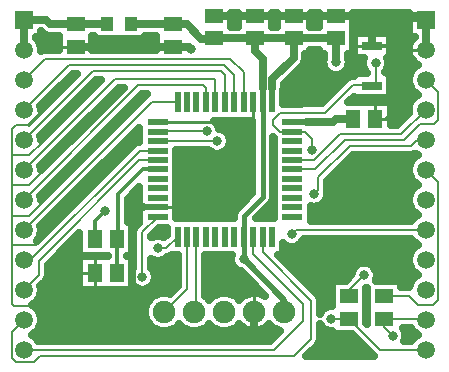
<source format=gbr>
G04 DipTrace 3.1.0.1*
G04 Top.gbr*
%MOIN*%
G04 #@! TF.FileFunction,Copper,L1,Top*
G04 #@! TF.Part,Single*
G04 #@! TA.AperFunction,CopperBalancing*
%ADD10C,0.01*%
%ADD14C,0.025*%
G04 #@! TA.AperFunction,Conductor*
%ADD15C,0.019685*%
%ADD16C,0.015*%
%ADD17C,0.02*%
%ADD18C,0.012*%
%ADD19C,0.007*%
%ADD20R,0.059055X0.051181*%
%ADD21R,0.051181X0.059055*%
G04 #@! TA.AperFunction,ComponentPad*
%ADD22R,0.059055X0.059055*%
%ADD23C,0.059055*%
%ADD24R,0.03937X0.047244*%
G04 #@! TA.AperFunction,ComponentPad*
%ADD25C,0.074803*%
%ADD27R,0.066929X0.031496*%
%ADD29R,0.070866X0.019685*%
%ADD30R,0.019685X0.070866*%
G04 #@! TA.AperFunction,ViaPad*
%ADD31C,0.031496*%
%FSLAX26Y26*%
G04*
G70*
G90*
G75*
G01*
G04 Top*
%LPD*%
X810236Y1539764D2*
D14*
X949213D1*
X949607Y1539370D1*
X996063D1*
X1044095Y1491339D1*
X1083071D1*
Y1488189D1*
X1087008Y1492126D1*
X1223229D1*
X1352362D1*
X1493701D1*
X1248819Y1279921D2*
D15*
Y1327855D1*
D14*
Y1423622D1*
X1223622Y1448819D1*
Y1491732D1*
X1280315Y1279921D2*
D15*
Y1327855D1*
D14*
Y1355906D1*
X1352362Y1427953D1*
Y1492126D1*
X1185433Y756299D2*
D16*
X1185827D1*
Y831103D1*
X1321260Y580315D2*
D17*
Y620866D1*
X1185827Y756299D1*
X1248819Y1279921D2*
D16*
Y962205D1*
X1185827Y899213D1*
Y831103D1*
X1493307Y1412992D2*
D14*
Y1491732D1*
X690158Y822835D2*
D18*
Y883858D1*
X722047Y915748D1*
X764961Y710236D2*
Y822835D1*
X898425Y1055512D2*
X849607D1*
X766142Y972047D1*
Y824016D1*
X764961Y822835D1*
X898425Y1150000D2*
D19*
X1097638D1*
X1062992Y1182284D2*
X899213D1*
X898425Y1181496D1*
X1792126Y1554331D2*
D14*
Y1454331D1*
X1087008Y1566929D2*
X1223229D1*
X1352362D1*
X1493701D1*
X1618504D1*
X1779528D1*
X1792126Y1554331D1*
X1612205Y1468504D2*
Y1566929D1*
X1618504D1*
X1624410Y1224016D2*
D10*
X1657087D1*
X1678740Y1245670D1*
Y1454331D1*
X1664173Y1468898D1*
X1612599D1*
X1612205Y1468504D1*
X625591Y1464961D2*
D14*
X949213D1*
X949607Y1464567D1*
X1003937D1*
X1010236Y1458268D1*
X1221260Y580315D2*
Y503150D1*
X745670D1*
X656693Y592126D1*
X898425Y929528D2*
D15*
X850492D1*
D14*
X812599D1*
Y646851D1*
X757874Y592126D1*
X656693D1*
X898425Y1212992D2*
D10*
X1206299D1*
X1217323Y1224016D1*
Y1279921D1*
X516142Y1261811D2*
D18*
Y1250394D1*
X470079Y1204331D1*
D19*
X427559D1*
X412599Y1189370D1*
Y1103544D1*
Y1003150D1*
Y897549D1*
Y804331D1*
Y608268D1*
X420866Y600000D1*
X648819D1*
X656693Y592126D1*
X515748Y1150000D2*
Y1147638D1*
X471654Y1103544D1*
X412599D1*
X517323Y1050788D2*
Y1048819D1*
X471654Y1003150D1*
X412599D1*
X525591Y956693D2*
Y955512D1*
X471654Y901575D1*
X416625D1*
X412599Y897549D1*
X519685Y831890D2*
X492126Y804331D1*
X412599D1*
X1185827Y1279921D2*
Y1380709D1*
X1141732Y1424803D1*
X524016D1*
X453544Y1354331D1*
Y1254331D2*
X453937D1*
X603150Y1403544D1*
X1120866D1*
X1153937Y1370473D1*
Y1280315D1*
X1154331Y1279921D1*
X1122835D2*
Y1368898D1*
X1109055Y1382677D1*
X681890D1*
X453544Y1154331D1*
X1091339Y1279921D2*
Y1354331D1*
X1087402Y1358268D1*
X757481D1*
X453544Y1054331D1*
X1059843Y1279921D2*
Y1327166D1*
X1051181Y1335827D1*
X835040D1*
X453544Y954331D1*
X965355Y1279921D2*
X879134D1*
X453544Y854331D1*
Y754331D2*
X474803D1*
X838583Y1118110D1*
X898032D1*
X898425Y1118504D1*
Y1087008D2*
X838189D1*
X501969Y750788D1*
Y702756D1*
X453544Y654331D1*
X1347244Y1055512D2*
X1424016D1*
X1522047Y1153544D1*
X1719685D1*
X1774410Y1208268D1*
X1820473D1*
X1831890Y1219685D1*
Y1314567D1*
X1792126Y1354331D1*
X1347244Y1087008D2*
X1419685D1*
X1505512Y1172835D1*
X1710630D1*
X1792126Y1254331D1*
X1347244Y1212992D2*
D15*
X1395177D1*
D14*
X1481890D1*
X1493307Y1224410D1*
X1549213D1*
X1549607Y1224016D1*
X1347244Y1181496D2*
D19*
X1305906D1*
X1282284Y1205118D1*
Y1220079D1*
X1307481Y1245276D1*
X1457874D1*
X1549213Y1336614D1*
X1610236D1*
X1612205Y1334646D1*
X1625984Y1409055D2*
Y1348425D1*
X1612205Y1334646D1*
X1414173Y1119292D2*
Y1156693D1*
X1389370Y1181496D1*
X1347244D1*
X996851Y831103D2*
Y655906D1*
X921260Y580315D1*
X1792126Y1154331D2*
X1764567D1*
X1744095Y1133858D1*
X1538977D1*
X1434646Y1029528D1*
Y987795D1*
X1420866Y974016D1*
X1028347Y831103D2*
Y587402D1*
X1021260Y580315D1*
X1792126Y854331D2*
X1360630D1*
X1345670Y839370D1*
X1653150Y632677D2*
X1735433D1*
X1765355Y602756D1*
X1815748D1*
X1831890Y618898D1*
Y1014567D1*
X1792126Y1054331D1*
X1536614Y632677D2*
Y652362D1*
X1587008Y702756D1*
X1792126Y454331D2*
X1640158D1*
X1536614Y557874D1*
X1478347D1*
X847638Y696851D2*
Y847244D1*
X898425Y898032D1*
X1653150Y557874D2*
X1788583D1*
X1792126Y554331D1*
X1653150Y557874D2*
Y531103D1*
X1682677Y501575D1*
X899213Y792520D2*
X926772D1*
X965355Y831103D1*
X453544Y454331D2*
X1287008D1*
X1381890Y549213D1*
Y607874D1*
X1216929Y772835D1*
Y830709D1*
X1217323Y831103D1*
X1248819D2*
Y778740D1*
X1409449Y618110D1*
Y488977D1*
X1353937Y433465D1*
X505512D1*
X485433Y413386D1*
X425591D1*
X413386Y425591D1*
Y514173D1*
X453544Y554331D1*
Y1454331D2*
D14*
Y1554331D1*
X526772D1*
X541732Y1539370D1*
X625197D1*
X625591Y1539764D1*
X731496D1*
D31*
X1185433Y756299D3*
X1493307Y1412992D3*
X722047Y915748D3*
X1097638Y1150000D3*
X1062992Y1182284D3*
X1010236Y1458268D3*
X656693Y592126D3*
X1010236Y1458268D3*
X1625984Y1409055D3*
X1414173Y1119292D3*
X1420866Y974016D3*
X1345670Y839370D3*
X1587008Y702756D3*
X1478347Y557874D3*
X847638Y696851D3*
X1682677Y501575D3*
X899213Y792520D3*
X1145516Y1550805D2*
D14*
X1164687D1*
X1281747D2*
X1293836D1*
X1410898D2*
X1435194D1*
X1552206D2*
X1733583D1*
X1552206Y1525936D2*
X1733583D1*
X512070Y1501067D2*
X532020D1*
X1674667D2*
X1733583D1*
X507626Y1476198D2*
X567079D1*
X684091D2*
X891103D1*
X1674667D2*
X1738075D1*
X1410898Y1451330D2*
X1435194D1*
X1674667D2*
X1733680D1*
X1393807Y1426461D2*
X1450771D1*
X1535848D2*
X1549717D1*
X1674667D2*
X1741054D1*
X1383554Y1401592D2*
X1450135D1*
X1536483D2*
X1581923D1*
X1670076D2*
X1759559D1*
X1358748Y1376723D2*
X1469179D1*
X1517440D2*
X1549744D1*
X1674667D2*
X1738271D1*
X596347Y1351855D2*
X606191D1*
X695956D2*
X706191D1*
X1333895D2*
X1519570D1*
X1674667D2*
X1733680D1*
X571492Y1326986D2*
X581288D1*
X671103D2*
X681288D1*
X771103D2*
X781288D1*
X1321786D2*
X1494667D1*
X1674667D2*
X1740711D1*
X546639Y1302117D2*
X556435D1*
X646248D2*
X656435D1*
X746248D2*
X756435D1*
X846248D2*
X856483D1*
X1319150D2*
X1469814D1*
X1674667D2*
X1760390D1*
X521738Y1277248D2*
X531580D1*
X621347D2*
X631580D1*
X721347D2*
X731580D1*
X821347D2*
X831580D1*
X1319150D2*
X1444960D1*
X1679012D2*
X1738515D1*
X596492Y1252379D2*
X606679D1*
X696492D2*
X706679D1*
X796492D2*
X806679D1*
X1679012D2*
X1733631D1*
X571639Y1227511D2*
X581826D1*
X671639D2*
X681826D1*
X771639D2*
X781826D1*
X1679012D2*
X1720399D1*
X546738Y1202642D2*
X556971D1*
X646738D2*
X656971D1*
X746738D2*
X756971D1*
X1102499D2*
X1212343D1*
X521883Y1177773D2*
X532070D1*
X621883D2*
X632070D1*
X721883D2*
X732070D1*
X821883D2*
X834023D1*
X1131942D2*
X1212343D1*
X597030Y1152904D2*
X607215D1*
X697030D2*
X707215D1*
X797030D2*
X834023D1*
X1142294D2*
X1212343D1*
X572128Y1128036D2*
X582362D1*
X672128D2*
X682362D1*
X772128D2*
X803603D1*
X1136239D2*
X1212343D1*
X547274Y1103167D2*
X557512D1*
X647274D2*
X657512D1*
X747274D2*
X778748D1*
X962851D2*
X1212343D1*
X1553183D2*
X1762196D1*
X522420Y1078298D2*
X532570D1*
X622420D2*
X632570D1*
X722420D2*
X753895D1*
X962851D2*
X1212343D1*
X1528328D2*
X1739003D1*
X597519Y1053429D2*
X607704D1*
X697519D2*
X728992D1*
X962851D2*
X1212343D1*
X1503427D2*
X1733631D1*
X572664Y1028561D2*
X582856D1*
X672664D2*
X704139D1*
X962851D2*
X1212343D1*
X1478574D2*
X1739882D1*
X547811Y1003692D2*
X558007D1*
X647811D2*
X679286D1*
X962851D2*
X1212343D1*
X1467147D2*
X1763124D1*
X522910Y978823D2*
X533139D1*
X622910D2*
X654383D1*
X821347D2*
X834023D1*
X962851D2*
X1212343D1*
X1465731D2*
X1739247D1*
X598055Y953954D2*
X629530D1*
X801131D2*
X834023D1*
X962851D2*
X1190028D1*
X1460555D2*
X1733631D1*
X573202Y929086D2*
X604676D1*
X801131D2*
X834023D1*
X962851D2*
X1165126D1*
X1266268D2*
X1282802D1*
X1411679D2*
X1739638D1*
X548348Y904217D2*
X579774D1*
X801131D2*
X834023D1*
X962851D2*
X1149696D1*
X1241366D2*
X1282802D1*
X1411679D2*
X1764150D1*
X523446Y879348D2*
X554920D1*
X801131D2*
X834023D1*
X512070Y854479D2*
X530067D1*
X899764D2*
X926503D1*
X625692Y829610D2*
X635605D1*
X600839Y804742D2*
X635584D1*
X1372372D2*
X1763563D1*
X575936Y779873D2*
X635584D1*
X1319150D2*
X1739784D1*
X551083Y755004D2*
X635584D1*
X921103D2*
X964394D1*
X1060848D2*
X1140711D1*
X1317440D2*
X1733631D1*
X534432Y730135D2*
X635584D1*
X880135D2*
X964394D1*
X1060848D2*
X1149794D1*
X1342343D2*
X1552332D1*
X1621688D2*
X1739100D1*
X534432Y705267D2*
X635584D1*
X891512D2*
X964394D1*
X1060848D2*
X1182752D1*
X1367196D2*
X1542323D1*
X1631650D2*
X1762587D1*
X524520Y680398D2*
X635584D1*
X889023D2*
X964394D1*
X1060848D2*
X1207655D1*
X1392050D2*
X1478114D1*
X1711679D2*
X1740028D1*
X512070Y655529D2*
X635584D1*
X819540D2*
X836366D1*
X858877D2*
X951600D1*
X1060848D2*
X1232508D1*
X1416903D2*
X1478114D1*
X506795Y630660D2*
X879432D1*
X1063095D2*
X1079406D1*
X1163095D2*
X1179406D1*
X1439168D2*
X1478114D1*
X483992Y605792D2*
X860146D1*
X1441952D2*
X1478114D1*
X505331Y580923D2*
X854872D1*
X512020Y556054D2*
X859658D1*
X507040Y531185D2*
X877919D1*
X964608D2*
X977935D1*
X1064608D2*
X1077935D1*
X1164608D2*
X1177935D1*
X1264608D2*
X1277935D1*
X484920Y506316D2*
X1294080D1*
X1441952D2*
X1478114D1*
X1727158D2*
X1760780D1*
X1440975Y481448D2*
X1568154D1*
X1421932Y456579D2*
X1593007D1*
X1142981Y1544209D2*
X1143028Y1531112D1*
X1167232Y1531118D1*
X1167209Y1575676D1*
X1142998Y1575673D1*
X1143028Y1531512D1*
X1279201Y1544209D2*
X1279248Y1531112D1*
X1296324Y1531118D1*
X1296343Y1575696D1*
X1279227Y1575673D1*
X1279248Y1531512D1*
X1408335Y1544209D2*
X1408382Y1531112D1*
X1437666Y1531118D1*
X1437681Y1575696D1*
X1408427Y1575673D1*
X1408382Y1531512D1*
Y1453145D2*
Y1440044D1*
X1391341D1*
X1391234Y1424894D1*
X1390277Y1418851D1*
X1388386Y1413032D1*
X1385609Y1407580D1*
X1382012Y1402630D1*
X1326900Y1347348D1*
X1319271Y1339718D1*
X1319187Y1324795D1*
X1318230Y1318752D1*
X1316650Y1313774D1*
Y1275294D1*
X1445505Y1275322D1*
X1529734Y1359420D1*
X1535596Y1363337D1*
X1542211Y1365778D1*
X1549213Y1366607D1*
X1549553Y1366593D1*
X1552289Y1366607D1*
X1552248Y1376886D1*
X1596047D1*
X1593865Y1381622D1*
X1589969Y1386984D1*
X1586960Y1392891D1*
X1584911Y1399194D1*
X1583874Y1405742D1*
Y1412369D1*
X1584911Y1418916D1*
X1587442Y1426267D1*
X1552248Y1426264D1*
Y1510744D1*
X1672162D1*
Y1426264D1*
X1664554D1*
X1667058Y1418916D1*
X1668095Y1412369D1*
Y1405742D1*
X1667058Y1399194D1*
X1665009Y1392891D1*
X1662000Y1386984D1*
X1658104Y1381622D1*
X1655967Y1379311D1*
X1664748Y1376886D1*
X1672162D1*
Y1292406D1*
X1552248D1*
Y1297239D1*
X1535030Y1280017D1*
X1676492Y1280036D1*
Y1202819D1*
X1698261Y1202881D1*
X1737449Y1242070D1*
X1736280Y1249936D1*
Y1258726D1*
X1737654Y1267408D1*
X1740370Y1275769D1*
X1744361Y1283601D1*
X1749529Y1290713D1*
X1755744Y1296928D1*
X1762856Y1302096D1*
X1766694Y1304418D1*
X1759198Y1309009D1*
X1752515Y1314719D1*
X1746805Y1321403D1*
X1742213Y1328899D1*
X1738848Y1337020D1*
X1736797Y1345567D1*
X1736107Y1354331D1*
X1736797Y1363095D1*
X1738848Y1371642D1*
X1742213Y1379763D1*
X1746805Y1387259D1*
X1752515Y1393942D1*
X1759198Y1399652D1*
X1766865Y1404324D1*
X1759763Y1408605D1*
X1753949Y1413335D1*
X1748818Y1418798D1*
X1744462Y1424897D1*
X1740960Y1431523D1*
X1738373Y1438557D1*
X1736748Y1445873D1*
X1736116Y1453340D1*
X1736484Y1460826D1*
X1737849Y1468194D1*
X1740185Y1475315D1*
X1743452Y1482061D1*
X1747588Y1488310D1*
X1752523Y1493950D1*
X1757456Y1498316D1*
X1736107Y1498311D1*
Y1575684D1*
X1549735Y1575673D1*
X1549721Y1440044D1*
X1532289D1*
X1532332Y1429156D1*
X1534381Y1422853D1*
X1535418Y1416306D1*
Y1409679D1*
X1534381Y1403131D1*
X1532332Y1396828D1*
X1529323Y1390921D1*
X1525427Y1385559D1*
X1520740Y1380873D1*
X1515378Y1376977D1*
X1509471Y1373967D1*
X1503168Y1371919D1*
X1496621Y1370882D1*
X1489994D1*
X1483446Y1371919D1*
X1477143Y1373967D1*
X1471236Y1376977D1*
X1465874Y1380873D1*
X1461188Y1385559D1*
X1457292Y1390921D1*
X1454282Y1396828D1*
X1452234Y1403131D1*
X1451197Y1409679D1*
Y1416306D1*
X1452234Y1422853D1*
X1454331Y1429263D1*
X1454315Y1440092D1*
X1437681Y1440044D1*
Y1453179D1*
X1408398Y1453134D1*
X681610Y1500782D2*
Y1454788D1*
X893587Y1454984D1*
Y1500813D1*
X856390Y1500772D1*
X856414Y1489650D1*
X685319D1*
Y1500831D1*
X681610Y1499544D1*
Y1487044D1*
X569618Y1487681D2*
X569571Y1500387D1*
X538673Y1500499D1*
X532630Y1501456D1*
X526811Y1503347D1*
X521358Y1506124D1*
X516410Y1509721D1*
X510596Y1515364D1*
X509563Y1510351D1*
Y1498311D1*
X492523D1*
X493155Y1493942D1*
X498865Y1487259D1*
X503457Y1479763D1*
X506822Y1471642D1*
X508873Y1463095D1*
X509563Y1454331D1*
X509432Y1450983D1*
X514748Y1453327D1*
X521663Y1454704D1*
X569572Y1454795D1*
X569571Y1500378D1*
X508247Y1266246D2*
X509390Y1258726D1*
X509499Y1252700D1*
X630347Y1373549D1*
X615519Y1373498D1*
X508314Y1266292D1*
X508180Y1166583D2*
X509390Y1158726D1*
X509498Y1152666D1*
X709482Y1352684D1*
X694259Y1352631D1*
X508194Y1166566D1*
X508180Y1066583D2*
X509390Y1058726D1*
X509498Y1052666D1*
X785095Y1328298D1*
X769849Y1328222D1*
X508240Y1066613D1*
X508180Y966583D2*
X509390Y958726D1*
X509498Y952666D1*
X859655Y1302727D1*
X863809Y1305688D1*
X847408Y1305781D1*
X508184Y966555D1*
X509390Y849936D2*
X508016Y841253D1*
X505299Y832893D1*
X501309Y825061D1*
X496578Y818503D1*
X819104Y1140916D1*
X824966Y1144834D1*
X831582Y1147274D1*
X836496Y1148021D1*
X836500Y1194890D1*
X508222Y866595D1*
X509390Y858726D1*
Y849936D1*
Y649936D2*
X508016Y641253D1*
X505299Y632893D1*
X501309Y625061D1*
X496141Y617949D1*
X489925Y611734D1*
X482814Y606566D1*
X478975Y604244D1*
X486471Y599652D1*
X493155Y593942D1*
X498865Y587259D1*
X503457Y579763D1*
X506822Y571642D1*
X508873Y563095D1*
X509563Y554331D1*
X508873Y545567D1*
X506822Y537020D1*
X503457Y528899D1*
X498865Y521403D1*
X493155Y514719D1*
X486471Y509009D1*
X478805Y504337D1*
X486471Y499652D1*
X493155Y493942D1*
X498865Y487259D1*
X500840Y484301D1*
X1274639Y484377D1*
X1308096Y517834D1*
X1301516Y519549D1*
X1292253Y523386D1*
X1283704Y528624D1*
X1276080Y535135D1*
X1271280Y540589D1*
X1264772Y533526D1*
X1256946Y527316D1*
X1248250Y522402D1*
X1238893Y518903D1*
X1229104Y516904D1*
X1219125Y516457D1*
X1209197Y517571D1*
X1199565Y520218D1*
X1190462Y524334D1*
X1182113Y529819D1*
X1174721Y536538D1*
X1171267Y540534D1*
X1166440Y535135D1*
X1158816Y528624D1*
X1150267Y523386D1*
X1141004Y519549D1*
X1131255Y517208D1*
X1121260Y516421D1*
X1111265Y517208D1*
X1101516Y519549D1*
X1092253Y523386D1*
X1083704Y528624D1*
X1076080Y535135D1*
X1071280Y540589D1*
X1066440Y535135D1*
X1058816Y528624D1*
X1050267Y523386D1*
X1041004Y519549D1*
X1031255Y517208D1*
X1021260Y516421D1*
X1011265Y517208D1*
X1001516Y519549D1*
X992253Y523386D1*
X983704Y528624D1*
X976080Y535135D1*
X971280Y540589D1*
X966440Y535135D1*
X958816Y528624D1*
X950267Y523386D1*
X941004Y519549D1*
X931255Y517208D1*
X921260Y516421D1*
X911265Y517208D1*
X901516Y519549D1*
X892253Y523386D1*
X883704Y528624D1*
X876080Y535135D1*
X869568Y542759D1*
X864331Y551309D1*
X860494Y560571D1*
X858152Y570320D1*
X857366Y580315D1*
X858152Y590310D1*
X860494Y600059D1*
X864331Y609322D1*
X869568Y617872D1*
X876080Y625495D1*
X883704Y632007D1*
X892253Y637244D1*
X901516Y641082D1*
X911265Y643423D1*
X921260Y644209D1*
X931255Y643423D1*
X939929Y641385D1*
X966858Y668406D1*
Y769138D1*
X945586Y769177D1*
X940389Y765797D1*
X933773Y763356D1*
X929042Y762617D1*
X924041Y758347D1*
X918390Y754883D1*
X912265Y752347D1*
X905820Y750799D1*
X899213Y750280D1*
X892605Y750799D1*
X886160Y752347D1*
X880036Y754883D1*
X877605Y756244D1*
X877630Y726589D1*
X881811Y721679D1*
X885274Y716028D1*
X887811Y709903D1*
X889358Y703458D1*
X889878Y696851D1*
X889358Y690243D1*
X887811Y683798D1*
X885274Y677673D1*
X881811Y672023D1*
X877507Y666982D1*
X872466Y662677D1*
X866815Y659214D1*
X860691Y656677D1*
X854246Y655130D1*
X847638Y654610D1*
X841030Y655130D1*
X834586Y656677D1*
X828461Y659214D1*
X822810Y662677D1*
X817040Y667772D1*
X817044Y654217D1*
X638075D1*
Y766256D1*
X732479D1*
X729740Y766815D1*
X638075D1*
Y844500D1*
X531961Y738288D1*
X531869Y700403D1*
X530494Y693488D1*
X527541Y687086D1*
X523176Y681549D1*
X522927Y681318D1*
X508226Y666599D1*
X509390Y658726D1*
Y649936D1*
X1766865Y1104337D2*
X1760013Y1108466D1*
X1755572Y1106150D1*
X1748786Y1104235D1*
X1744095Y1103866D1*
X1551345Y1103813D1*
X1464638Y1017028D1*
X1464546Y985442D1*
X1463171Y978528D1*
X1463033Y978156D1*
X1463171Y978528D1*
X1462977Y970702D1*
X1461940Y964155D1*
X1459891Y957852D1*
X1456882Y951945D1*
X1452986Y946583D1*
X1448299Y941897D1*
X1442937Y938000D1*
X1437030Y934991D1*
X1430727Y932942D1*
X1424180Y931906D1*
X1417553D1*
X1409172Y933460D1*
X1409170Y884318D1*
X1744858Y884323D1*
X1749529Y890713D1*
X1755744Y896928D1*
X1762856Y902096D1*
X1766694Y904418D1*
X1759198Y909009D1*
X1752515Y914719D1*
X1746805Y921403D1*
X1742213Y928899D1*
X1738848Y937020D1*
X1736797Y945567D1*
X1736107Y954331D1*
X1736797Y963095D1*
X1738848Y971642D1*
X1742213Y979763D1*
X1746805Y987259D1*
X1752515Y993942D1*
X1759198Y999652D1*
X1766865Y1004324D1*
X1759198Y1009009D1*
X1752515Y1014719D1*
X1746805Y1021403D1*
X1742213Y1028899D1*
X1738848Y1037020D1*
X1736797Y1045567D1*
X1736107Y1054331D1*
X1736797Y1063095D1*
X1738848Y1071642D1*
X1742213Y1079763D1*
X1746805Y1087259D1*
X1752515Y1093942D1*
X1759198Y1099652D1*
X1766865Y1104324D1*
X1759765Y1108286D1*
X1753362Y1105335D1*
X1746448Y1103958D1*
X1744095Y1103866D1*
X1766865Y804337D2*
X1759198Y809009D1*
X1752515Y814719D1*
X1746805Y821403D1*
X1744830Y824361D1*
X1385143Y824339D1*
X1381685Y817299D1*
X1377789Y811937D1*
X1373103Y807251D1*
X1367740Y803355D1*
X1361834Y800345D1*
X1355530Y798297D1*
X1348983Y797260D1*
X1342356D1*
X1335809Y798297D1*
X1329505Y800345D1*
X1323599Y803355D1*
X1318236Y807251D1*
X1316649Y808719D1*
X1316650Y769177D1*
X1300781D1*
X1432255Y637588D1*
X1436172Y631727D1*
X1438613Y625112D1*
X1439441Y618110D1*
X1439428Y617771D1*
X1439441Y574311D1*
X1442331Y579945D1*
X1446227Y585307D1*
X1450914Y589994D1*
X1456276Y593890D1*
X1462183Y596899D1*
X1468486Y598948D1*
X1475033Y599984D1*
X1480587Y600026D1*
X1480595Y684760D1*
X1526639D1*
X1544789Y702952D1*
X1545288Y709364D1*
X1546835Y715809D1*
X1549372Y721933D1*
X1552835Y727584D1*
X1557139Y732625D1*
X1562180Y736929D1*
X1567831Y740393D1*
X1573956Y742929D1*
X1580400Y744477D1*
X1587008Y744996D1*
X1593616Y744477D1*
X1600061Y742929D1*
X1606185Y740393D1*
X1611836Y736929D1*
X1616877Y732625D1*
X1621181Y727584D1*
X1624645Y721933D1*
X1627181Y715809D1*
X1628729Y709364D1*
X1629248Y702756D1*
X1628729Y696149D1*
X1627181Y689704D1*
X1625192Y684768D1*
X1709170Y684760D1*
Y662641D1*
X1735828Y662654D1*
X1736797Y663095D1*
X1738848Y671642D1*
X1742213Y679763D1*
X1746805Y687259D1*
X1752515Y693942D1*
X1759198Y699652D1*
X1766865Y704324D1*
X1759198Y709009D1*
X1752515Y714719D1*
X1746805Y721403D1*
X1742213Y728899D1*
X1738848Y737020D1*
X1736797Y745567D1*
X1736107Y754331D1*
X1736797Y763095D1*
X1738848Y771642D1*
X1742213Y779763D1*
X1746805Y787259D1*
X1752515Y793942D1*
X1759198Y799652D1*
X1766865Y804324D1*
Y504337D2*
X1759198Y509009D1*
X1752515Y514719D1*
X1746805Y521403D1*
X1742774Y527894D1*
X1715683Y527882D1*
X1720314Y520752D1*
X1722851Y514628D1*
X1724398Y508183D1*
X1724918Y501575D1*
X1724398Y494967D1*
X1722851Y488523D1*
X1721198Y484316D1*
X1744797Y484323D1*
X1749529Y490713D1*
X1755744Y496928D1*
X1762856Y502096D1*
X1766865Y504324D1*
X1171267Y620083D2*
X1177218Y626605D1*
X1184973Y632904D1*
X1193613Y637918D1*
X1202929Y641523D1*
X1212694Y643631D1*
X1222668Y644193D1*
X1232608Y643193D1*
X1242269Y640656D1*
X1251419Y636643D1*
X1257831Y632706D1*
X1175200Y715319D1*
X1169269Y717274D1*
X1163362Y720284D1*
X1158000Y724180D1*
X1153314Y728866D1*
X1149418Y734229D1*
X1146408Y740135D1*
X1144360Y746439D1*
X1143323Y752986D1*
Y759613D1*
X1144360Y766160D1*
X1145208Y769166D1*
X1058336Y769177D1*
X1058339Y632323D1*
X1066440Y625495D1*
X1071240Y620041D1*
X1076080Y625495D1*
X1083704Y632007D1*
X1092253Y637244D1*
X1101516Y641082D1*
X1111265Y643423D1*
X1121260Y644209D1*
X1131255Y643423D1*
X1141004Y641082D1*
X1150267Y637244D1*
X1158816Y632007D1*
X1166440Y625495D1*
X1171240Y620041D1*
X1592587Y609957D2*
X1592634Y544282D1*
X1597149Y539756D1*
X1597130Y661698D1*
X1592625Y660919D1*
X1592586Y580595D1*
X1597130D1*
Y605595D1*
X1546297Y505792D2*
X1480595D1*
Y515704D1*
X1475033Y515764D1*
X1468486Y516801D1*
X1462183Y518849D1*
X1456276Y521858D1*
X1450914Y525755D1*
X1446227Y530441D1*
X1442331Y535803D1*
X1439425Y541486D1*
X1439349Y486624D1*
X1437973Y479709D1*
X1435021Y473306D1*
X1430656Y467769D1*
X1430407Y467538D1*
X1395059Y432172D1*
X1619945Y432201D1*
X1546272Y505802D1*
X798670Y878855D2*
X817044D1*
Y766815D1*
X797463D1*
X800378Y766256D1*
X817044D1*
Y725973D1*
X817646Y734351D1*
X817738Y849597D1*
X819114Y856512D1*
X822066Y862915D1*
X826431Y868452D1*
X826680Y868683D1*
X836478Y878499D1*
X836500Y996445D1*
X798591Y958546D1*
X798634Y878835D1*
X960351Y1119982D2*
Y924689D1*
X960516Y893028D1*
X1151835D1*
X1152253Y904530D1*
X1153499Y909717D1*
X1155540Y914645D1*
X1158327Y919193D1*
X1161790Y923250D1*
X1214858Y976316D1*
X1214827Y1218016D1*
X1086500Y1218045D1*
X1092861Y1212152D1*
X1097166Y1207112D1*
X1100629Y1201461D1*
X1103166Y1195336D1*
X1104246Y1191721D1*
X1110691Y1190173D1*
X1116815Y1187637D1*
X1122466Y1184173D1*
X1127507Y1179869D1*
X1131811Y1174828D1*
X1135274Y1169177D1*
X1137811Y1163053D1*
X1139358Y1156608D1*
X1139878Y1150000D1*
X1139358Y1143393D1*
X1137811Y1136948D1*
X1135274Y1130823D1*
X1131811Y1125172D1*
X1127507Y1120131D1*
X1122466Y1115827D1*
X1116815Y1112364D1*
X1110691Y1109827D1*
X1104246Y1108280D1*
X1097638Y1107760D1*
X1091030Y1108280D1*
X1084586Y1109827D1*
X1078461Y1112364D1*
X1072810Y1115827D1*
X1067894Y1120017D1*
X960382Y1120008D1*
X960351Y956185D1*
Y893008D1*
X992037Y893028D1*
X929053Y861697D2*
X904442D1*
X877630Y834744D1*
Y828836D1*
X883049Y831545D1*
X889352Y833593D1*
X895899Y834630D1*
X902526D1*
X909074Y833593D1*
X915377Y831545D1*
X920706Y828858D1*
X929008Y837171D1*
X929020Y861706D1*
X1036008Y893028D2*
X1151885D1*
X1151940Y901879D1*
X1152774Y907149D1*
X1154423Y912221D1*
X1156844Y916974D1*
X1159979Y921289D1*
X1161790Y923250D1*
X1227717Y893028D2*
X1285319Y893193D1*
X1285368Y1028855D1*
X1282811Y1029921D1*
X1282706Y959538D1*
X1281872Y954269D1*
X1280223Y949197D1*
X1277802Y944444D1*
X1274667Y940129D1*
X1227729Y893042D1*
X1285154Y892979D1*
X1285368Y934366D1*
Y1060351D1*
X1285319Y1159710D1*
X1282799Y1162188D1*
X1285319Y1157662D1*
X1285368Y1154839D1*
X1282811Y1154921D1*
Y1029921D1*
X1285319Y1019177D1*
Y1157662D1*
X1087008Y1566929D2*
D10*
X1142979D1*
X1167257D2*
X1279200D1*
X1296391D2*
X1408334D1*
X1437730D2*
X1549672D1*
X1624410Y1279987D2*
Y1224016D1*
X1676444D1*
X569620Y1464961D2*
X681562D1*
X893635Y1464567D2*
X949607D1*
X1736155Y1554331D2*
X1792126D1*
X1736155Y1454331D2*
X1792126D1*
X1221260Y644160D2*
Y516470D1*
X690158Y766208D2*
Y654265D1*
X638124Y710236D2*
X690158D1*
X1612205Y1510696D2*
Y1468504D1*
X1552297D2*
X1672113D1*
X836549Y929528D2*
X960302D1*
X1217323Y1279921D2*
Y1218045D1*
D20*
X1087008Y1492126D3*
Y1566929D3*
X1223229Y1492126D3*
Y1566929D3*
X1352362Y1492126D3*
Y1566929D3*
X1493701Y1492126D3*
Y1566929D3*
D21*
X1549607Y1224016D3*
X1624410D3*
D20*
X625591Y1539764D3*
Y1464961D3*
X949607Y1539370D3*
Y1464567D3*
D22*
X453544Y1554331D3*
D23*
Y1454331D3*
Y1354331D3*
Y1254331D3*
Y1154331D3*
Y1054331D3*
Y954331D3*
Y854331D3*
Y754331D3*
Y654331D3*
Y554331D3*
Y454331D3*
D22*
X1792126Y1554331D3*
D23*
Y1454331D3*
Y1354331D3*
Y1254331D3*
Y1154331D3*
Y1054331D3*
Y954331D3*
Y854331D3*
Y754331D3*
Y654331D3*
Y554331D3*
Y454331D3*
D24*
X731496Y1539764D3*
X810236D3*
D25*
X1321260Y580315D3*
X1221260D3*
X1121260D3*
X1021260D3*
X921260D3*
D20*
X1536614Y557874D3*
Y632677D3*
X1653150Y557874D3*
Y632677D3*
D21*
X764961Y822835D3*
X690158D3*
Y710236D3*
X764961D3*
D27*
X1612205Y1468504D3*
Y1334646D3*
D29*
X898425Y1212992D3*
Y1181496D3*
Y1150000D3*
Y1118504D3*
Y1087008D3*
Y1055512D3*
Y1024016D3*
Y992520D3*
Y961024D3*
Y929528D3*
Y898032D3*
D30*
X965355Y831103D3*
X996851D3*
X1028347D3*
X1059843D3*
X1091339D3*
X1122835D3*
X1154331D3*
X1185827D3*
X1217323D3*
X1248819D3*
X1280315D3*
D29*
X1347244Y898032D3*
Y929528D3*
Y961024D3*
Y992520D3*
Y1024016D3*
Y1055512D3*
Y1087008D3*
Y1118504D3*
Y1150000D3*
Y1181496D3*
Y1212992D3*
D30*
X1280315Y1279921D3*
X1248819D3*
X1217323D3*
X1185827D3*
X1154331D3*
X1122835D3*
X1091339D3*
X1059843D3*
X1028347D3*
X996851D3*
X965355D3*
M02*

</source>
